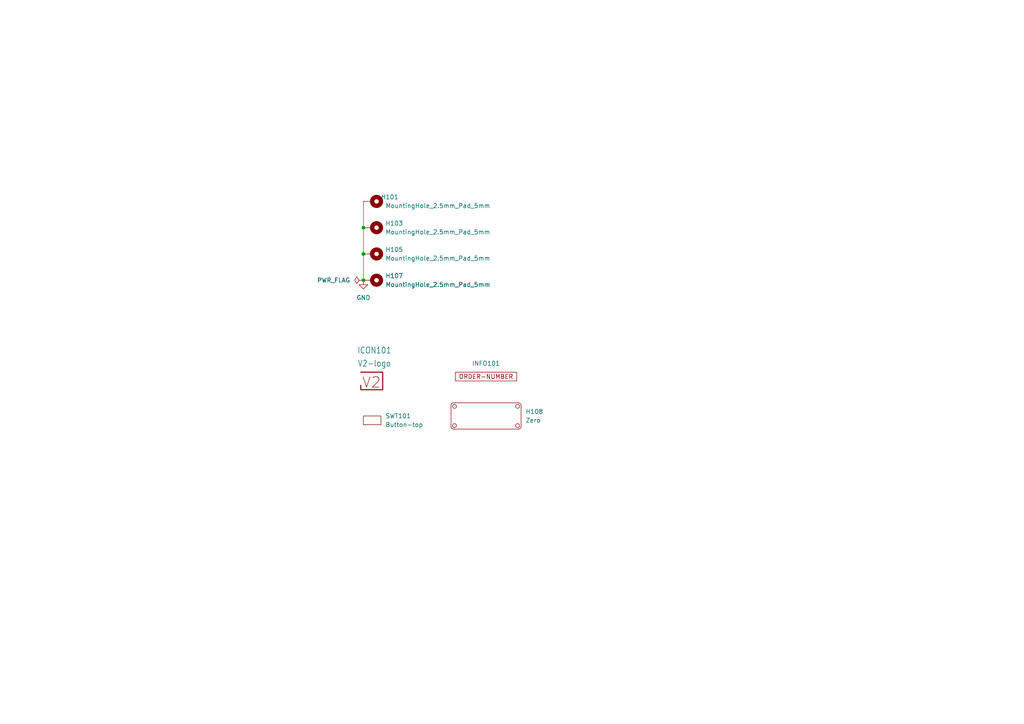
<source format=kicad_sch>
(kicad_sch (version 20231120) (generator "eeschema") (generator_version "8.0")
  (paper "A4")
  (title_block (title "V2 Raspberry Pi Zero") (date "2023-10-11") (rev "1") (company "Versio Duo") (comment 1 "Cover"))
  (lib_symbols
    (symbol "V2_Artwork:V2-logo" (in_bom no)
      (property "Reference" "ICON" (at -3.302 3.81 0))
      (symbol "V2-logo_1_0"
        (polyline (pts (xy -3.302 2.54) (xy 3.048 2.54) (xy 3.048 -2.54) (xy -3.302 -2.54) (xy -3.302 -1.27)) (stroke (width 0.3)))
        (text "V2" (at -0.2055 -0.4053 0) (effects (font (size 3 3))))
      )
    )
    (symbol "V2_Mechanical:MountingHole_2.5mm_Pad_5mm" (pin_numbers hide) (pin_names (offset 1.016) hide) (in_bom no)
      (property "Reference" "H" (at 0 6.35 0))
      (property "Value" "MountingHole_2.5mm_Pad_5mm" (at 0 4.445 0))
      (symbol "MountingHole_2.5mm_Pad_5mm_0_1"
        (circle (center 0 1.27) (radius 1.27) (stroke (width 1.27)))
      )
      (symbol "MountingHole_2.5mm_Pad_5mm_1_1"
        (pin input line (at 0 -2.54 90) (length 2.54) (name "1") (number "1"))
      )
    )
    (symbol "V2_PCB_Devices:Button-top" (in_bom no)
      (property "Reference" "SWT1" (at 3.81 1.2701 0))
      (property "Value" "Button-top" (at 3.81 -1.2699 0))
      (symbol "Button-top_0_1"
        (rectangle (start -2.54 1.27) (end 2.54 -1.27))
      )
    )
    (symbol "V2_Production:Order_Number" (in_bom no)
      (property "Reference" "INFO" (at 0 2.54 0))
      (symbol "Order_Number_0_0"
        (text "ORDER-NUMBER" (at 0 0 0) (effects (font (size 1.27 1.27))))
      )
      (symbol "Order_Number_0_1"
        (rectangle (start -8.89 1.27) (end 8.89 -1.27))
      )
    )
    (symbol "V2_RaspberryPi:Zero" (in_bom no)
      (property "Reference" "H" (at -9.906 6.3501 0))
      (property "Value" "Zero" (at -10.16 -4.5719 0))
      (symbol "Zero_0_1"
        (arc (start -10.16 -1.778) (mid -9.9368 -2.3168) (end -9.398 -2.54))
        (arc (start -9.398 5.08) (mid -9.9368 4.8568) (end -10.16 4.318))
        (circle (center -9.144 -1.524) (radius 0.568))
        (circle (center -9.144 4.064) (radius 0.568))
        (polyline (pts (xy -10.16 4.318) (xy -10.16 -1.778)))
        (polyline (pts (xy -9.398 -2.54) (xy 9.398 -2.54)))
        (polyline (pts (xy -9.398 5.08) (xy 9.398 5.08)))
        (polyline (pts (xy 10.16 4.318) (xy 10.16 -1.778)))
        (circle (center 9.144 -1.524) (radius 0.568))
        (circle (center 9.144 4.064) (radius 0.568))
        (arc (start 9.398 -2.54) (mid 9.9323 -2.3123) (end 10.16 -1.778))
        (arc (start 10.16 4.318) (mid 9.9359 4.8559) (end 9.398 5.08))
      )
    )
    (symbol "power:GND" (power) (pin_names (offset 0))
      (property "Value" "GND" (at 0 -3.81 0))
      (symbol "GND_0_1"
        (polyline (pts (xy 0 0) (xy 0 -1.27) (xy 1.27 -1.27) (xy 0 -2.54) (xy -1.27 -1.27) (xy 0 -1.27)))
      )
      (symbol "GND_1_1"
        (pin power_in line (at 0 0 270) (length 0) hide (name "GND") (number "1"))
      )
    )
    (symbol "power:PWR_FLAG" (power) (pin_numbers hide) (pin_names (offset 0) hide)
      (property "Value" "PWR_FLAG" (at 0 3.81 0))
      (symbol "PWR_FLAG_0_0"
        (pin power_out line (at 0 0 90) (length 0) (name "pwr") (number "1"))
      )
      (symbol "PWR_FLAG_0_1"
        (polyline (pts (xy 0 0) (xy 0 1.27) (xy -1.016 1.905) (xy 0 2.54) (xy 1.016 1.905) (xy 0 1.27)))
      )
    )
  )
  (junction (at 105.41 66.04))
  (junction (at 105.41 81.28))
  (junction (at 105.41 73.66))
  (wire (pts (xy 105.41 66.04) (xy 105.41 73.66)))
  (wire (pts (xy 105.41 58.42) (xy 105.41 66.04)))
  (wire (pts (xy 105.41 73.66) (xy 105.41 81.28)))
  (symbol (lib_id "V2_Mechanical:MountingHole_2.5mm_Pad_5mm") (at 107.95 66.04 270) (unit 1) (exclude_from_sim yes) (in_bom no)
    (property "Reference" "H103" (at 111.76 64.77 90) (effects (justify left)))
    (property "Value" "MountingHole_2.5mm_Pad_5mm" (at 111.76 67.31 90) (effects (justify left)))
    (property "Footprint" "V2_Mechanical:MountingHole_2.5mm_Pad_5mm" (effects (hide yes)))
  )
  (symbol (lib_id "V2_RaspberryPi:Zero") (at 140.97 121.92 0) (unit 1) (exclude_from_sim yes) (in_bom no)
    (property "Reference" "H108" (at 152.4 119.38 0) (effects (justify left)))
    (property "Value" "Zero" (at 152.4 121.92 0) (effects (justify left)))
    (property "Footprint" "V2_RaspberryPi:Zero" (effects (hide yes)))
  )
  (symbol (lib_id "power:PWR_FLAG") (at 105.41 81.28 90) (unit 1)
    (property "Reference" "#FLG0101" (effects (hide yes)))
    (property "Value" "PWR_FLAG" (at 101.6 81.28 90) (effects (justify left)))
  )
  (symbol (lib_id "V2_Production:Order_Number") (at 140.97 109.22 0) (unit 1) (exclude_from_sim yes) (in_bom no)
    (property "Reference" "INFO101" (at 140.97 105.41 0))
    (property "Value" "ORDER-NUMBER" (effects (hide yes)))
    (property "Footprint" "V2_Production:Order_Number" (effects (hide yes)))
  )
  (symbol (lib_id "V2_PCB_Devices:Button-top") (at 107.95 121.92 0) (unit 1) (exclude_from_sim yes) (in_bom no)
    (property "Reference" "SWT101" (at 111.76 120.65 0) (effects (justify left)))
    (property "Value" "Button-top" (at 111.76 123.19 0) (effects (justify left)))
    (property "Footprint" "V2_PCB_Devices:PCB_Button-top" (effects (hide yes)))
  )
  (symbol (lib_id "V2_Mechanical:MountingHole_2.5mm_Pad_5mm") (at 107.95 81.28 270) (unit 1) (exclude_from_sim yes) (in_bom no)
    (property "Reference" "H107" (at 111.76 80.01 90) (effects (justify left)))
    (property "Value" "MountingHole_2.5mm_Pad_5mm" (at 111.76 82.55 90) (effects (justify left)))
    (property "Footprint" "V2_Mechanical:MountingHole_2.5mm_Pad_5mm" (effects (hide yes)))
  )
  (symbol (lib_id "V2_Mechanical:MountingHole_2.5mm_Pad_5mm") (at 107.95 58.42 270) (unit 1) (exclude_from_sim yes) (in_bom no)
    (property "Reference" "H101" (at 113.03 57.15 90))
    (property "Value" "MountingHole_2.5mm_Pad_5mm" (at 127 59.69 90))
    (property "Footprint" "V2_Mechanical:MountingHole_2.5mm_Pad_5mm" (effects (hide yes)))
  )
  (symbol (lib_id "power:GND") (at 105.41 81.28 0) (unit 1)
    (property "Reference" "#PWR0102" (effects (hide yes)))
    (property "Value" "GND" (at 105.41 86.36 0))
  )
  (symbol (lib_id "V2_Artwork:V2-logo") (at 107.95 110.49 0) (unit 1) (exclude_from_sim yes) (in_bom no)
    (property "Reference" "ICON101" (at 108.585 101.6 0) (effects (font (size 1.778 1.5113))))
    (property "Value" "V2-logo" (at 108.585 105.41 0) (effects (font (size 1.778 1.5113))))
    (property "Footprint" "V2_Artwork:Logo_Small" (effects (hide yes)))
  )
  (symbol (lib_id "V2_Mechanical:MountingHole_2.5mm_Pad_5mm") (at 107.95 73.66 270) (unit 1) (exclude_from_sim yes) (in_bom no)
    (property "Reference" "H105" (at 111.76 72.39 90) (effects (justify left)))
    (property "Value" "MountingHole_2.5mm_Pad_5mm" (at 111.76 74.93 90) (effects (justify left)))
    (property "Footprint" "V2_Mechanical:MountingHole_2.5mm_Pad_5mm" (effects (hide yes)))
  )
)
</source>
